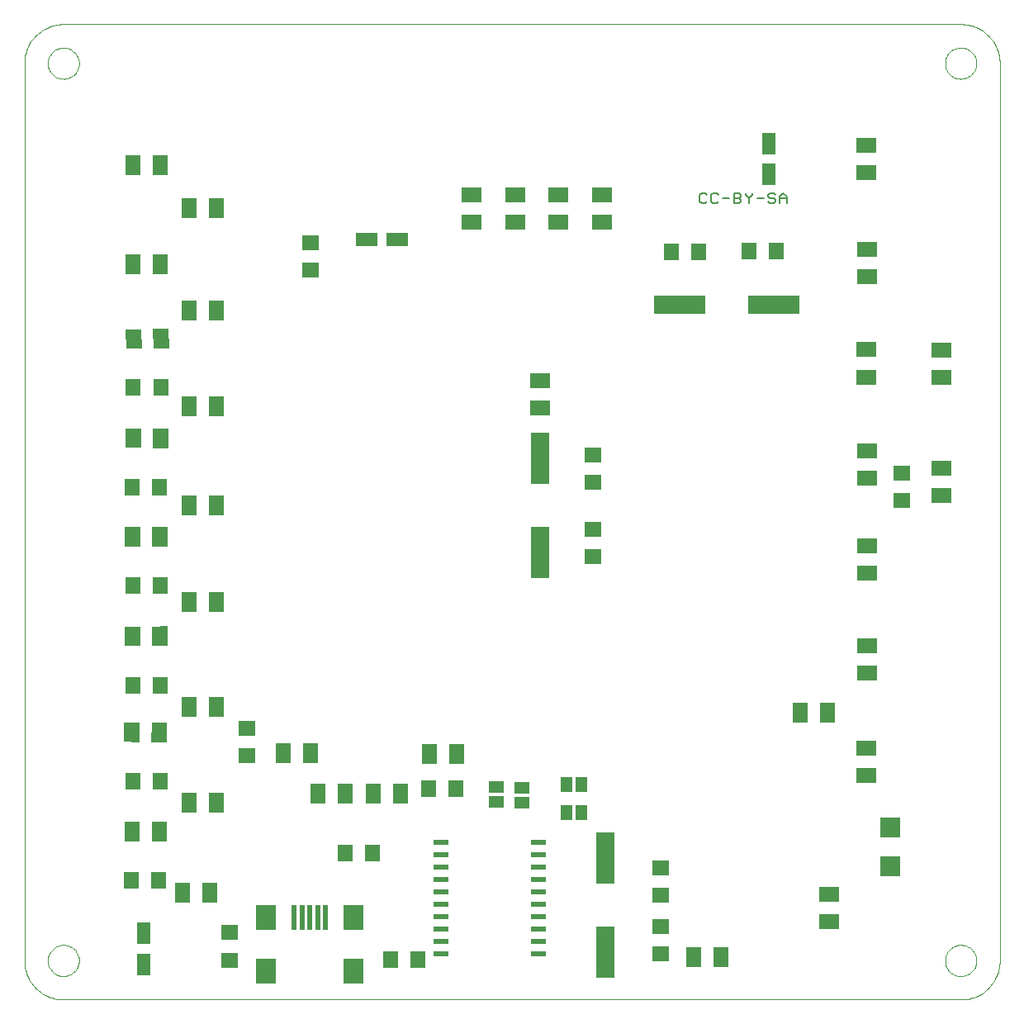
<source format=gtp>
G75*
G70*
%OFA0B0*%
%FSLAX24Y24*%
%IPPOS*%
%LPD*%
%AMOC8*
5,1,8,0,0,1.08239X$1,22.5*
%
%ADD10C,0.0080*%
%ADD11R,0.0630X0.0787*%
%ADD12R,0.0760X0.2100*%
%ADD13R,0.0709X0.0630*%
%ADD14R,0.0630X0.0709*%
%ADD15R,0.0787X0.0630*%
%ADD16C,0.0000*%
%ADD17R,0.0787X0.0787*%
%ADD18R,0.2100X0.0760*%
%ADD19R,0.0591X0.0236*%
%ADD20R,0.0197X0.0984*%
%ADD21R,0.0787X0.0984*%
%ADD22R,0.0710X0.0630*%
%ADD23R,0.0630X0.0460*%
%ADD24R,0.0460X0.0630*%
%ADD25R,0.0866X0.0551*%
%ADD26R,0.0551X0.0866*%
D10*
X032101Y034736D02*
X032241Y034736D01*
X032311Y034806D01*
X032492Y034806D02*
X032562Y034736D01*
X032702Y034736D01*
X032772Y034806D01*
X032952Y034946D02*
X033232Y034946D01*
X033412Y034946D02*
X033623Y034946D01*
X033693Y034876D01*
X033693Y034806D01*
X033623Y034736D01*
X033412Y034736D01*
X033412Y035156D01*
X033623Y035156D01*
X033693Y035086D01*
X033693Y035016D01*
X033623Y034946D01*
X033873Y035086D02*
X034013Y034946D01*
X034013Y034736D01*
X034013Y034946D02*
X034153Y035086D01*
X034153Y035156D01*
X034333Y034946D02*
X034613Y034946D01*
X034794Y035016D02*
X034864Y034946D01*
X035004Y034946D01*
X035074Y034876D01*
X035074Y034806D01*
X035004Y034736D01*
X034864Y034736D01*
X034794Y034806D01*
X034794Y035016D02*
X034794Y035086D01*
X034864Y035156D01*
X035004Y035156D01*
X035074Y035086D01*
X035254Y035016D02*
X035254Y034736D01*
X035254Y034946D02*
X035534Y034946D01*
X035534Y035016D02*
X035534Y034736D01*
X035534Y035016D02*
X035394Y035156D01*
X035254Y035016D01*
X033873Y035086D02*
X033873Y035156D01*
X032772Y035086D02*
X032702Y035156D01*
X032562Y035156D01*
X032492Y035086D01*
X032492Y034806D01*
X032311Y035086D02*
X032241Y035156D01*
X032101Y035156D01*
X032031Y035086D01*
X032031Y034806D01*
X032101Y034736D01*
D11*
X012504Y034526D03*
X011401Y034526D03*
X010254Y036276D03*
X009151Y036276D03*
X009151Y032276D03*
X010254Y032276D03*
X011401Y030401D03*
X012504Y030401D03*
G36*
X009965Y029661D02*
X010594Y029668D01*
X010603Y028883D01*
X009974Y028876D01*
X009965Y029661D01*
G37*
G36*
X008863Y029647D02*
X009492Y029654D01*
X009501Y028869D01*
X008872Y028862D01*
X008863Y029647D01*
G37*
X011401Y026526D03*
X012504Y026526D03*
G36*
X009955Y025639D02*
X010584Y025630D01*
X010573Y024845D01*
X009944Y024854D01*
X009955Y025639D01*
G37*
G36*
X008853Y025654D02*
X009482Y025645D01*
X009471Y024860D01*
X008842Y024869D01*
X008853Y025654D01*
G37*
X011401Y022526D03*
X012504Y022526D03*
G36*
X010556Y020883D02*
X009927Y020882D01*
X009926Y021667D01*
X010555Y021668D01*
X010556Y020883D01*
G37*
G36*
X009454Y020881D02*
X008825Y020880D01*
X008824Y021665D01*
X009453Y021666D01*
X009454Y020881D01*
G37*
X011401Y018651D03*
X012504Y018651D03*
G36*
X010556Y016875D02*
X009927Y016870D01*
X009922Y017655D01*
X010551Y017660D01*
X010556Y016875D01*
G37*
G36*
X009454Y016867D02*
X008825Y016862D01*
X008820Y017647D01*
X009449Y017652D01*
X009454Y016867D01*
G37*
X011401Y014401D03*
X012504Y014401D03*
G36*
X010524Y012982D02*
X009895Y012985D01*
X009900Y013770D01*
X010529Y013767D01*
X010524Y012982D01*
G37*
G36*
X009422Y012987D02*
X008793Y012990D01*
X008798Y013775D01*
X009427Y013772D01*
X009422Y012987D01*
G37*
X011401Y010526D03*
X012504Y010526D03*
X010217Y009387D03*
X009114Y009387D03*
X011151Y006901D03*
X012254Y006901D03*
X016622Y010900D03*
X017725Y010900D03*
X018856Y010921D03*
X019958Y010921D03*
X021127Y012501D03*
X022230Y012501D03*
X016330Y012532D03*
X015228Y012532D03*
X031784Y004322D03*
X032886Y004322D03*
X036084Y014180D03*
X037186Y014180D03*
D12*
X028212Y008308D03*
X028212Y004508D03*
X025577Y020626D03*
X025577Y024426D03*
D13*
X027702Y024577D03*
X027702Y023475D03*
X027702Y021577D03*
X027702Y020475D03*
X016324Y032034D03*
X016324Y033136D03*
X013762Y013552D03*
X013762Y012450D03*
X030446Y007921D03*
X030446Y006819D03*
X030453Y005531D03*
X030453Y004429D03*
X040191Y022724D03*
X040191Y023826D03*
D14*
X035109Y032812D03*
X034007Y032812D03*
X031969Y032759D03*
X030866Y032759D03*
X010266Y027300D03*
X009163Y027300D03*
X009126Y023259D03*
X010229Y023259D03*
X010244Y019313D03*
X009141Y019313D03*
X009143Y015285D03*
X010245Y015285D03*
X010264Y011420D03*
X009161Y011420D03*
X009088Y007415D03*
X010190Y007415D03*
X017713Y008498D03*
X018816Y008498D03*
X021090Y011114D03*
X022192Y011114D03*
X020637Y004210D03*
X019535Y004210D03*
D15*
X037250Y005726D03*
X037250Y006829D03*
X038744Y011631D03*
X038744Y012734D03*
X038784Y015774D03*
X038784Y016876D03*
X038776Y019812D03*
X038776Y020914D03*
X038780Y023651D03*
X038780Y024753D03*
X041780Y024047D03*
X041780Y022944D03*
X041787Y027703D03*
X041787Y028806D03*
X038764Y028824D03*
X038764Y027721D03*
X038797Y031760D03*
X038797Y032863D03*
X038739Y035986D03*
X038739Y037088D03*
X028077Y035077D03*
X028077Y033975D03*
X026327Y033975D03*
X026327Y035077D03*
X024577Y035077D03*
X024577Y033975D03*
X022827Y033975D03*
X022827Y035077D03*
X025577Y027577D03*
X025577Y026475D03*
D16*
X004767Y040386D02*
X004767Y004166D01*
X005712Y004166D02*
X005714Y004216D01*
X005720Y004266D01*
X005730Y004315D01*
X005744Y004363D01*
X005761Y004410D01*
X005782Y004455D01*
X005807Y004499D01*
X005835Y004540D01*
X005867Y004579D01*
X005901Y004616D01*
X005938Y004650D01*
X005978Y004680D01*
X006020Y004707D01*
X006064Y004731D01*
X006110Y004752D01*
X006157Y004768D01*
X006205Y004781D01*
X006255Y004790D01*
X006304Y004795D01*
X006355Y004796D01*
X006405Y004793D01*
X006454Y004786D01*
X006503Y004775D01*
X006551Y004760D01*
X006597Y004742D01*
X006642Y004720D01*
X006685Y004694D01*
X006726Y004665D01*
X006765Y004633D01*
X006801Y004598D01*
X006833Y004560D01*
X006863Y004520D01*
X006890Y004477D01*
X006913Y004433D01*
X006932Y004387D01*
X006948Y004339D01*
X006960Y004290D01*
X006968Y004241D01*
X006972Y004191D01*
X006972Y004141D01*
X006968Y004091D01*
X006960Y004042D01*
X006948Y003993D01*
X006932Y003945D01*
X006913Y003899D01*
X006890Y003855D01*
X006863Y003812D01*
X006833Y003772D01*
X006801Y003734D01*
X006765Y003699D01*
X006726Y003667D01*
X006685Y003638D01*
X006642Y003612D01*
X006597Y003590D01*
X006551Y003572D01*
X006503Y003557D01*
X006454Y003546D01*
X006405Y003539D01*
X006355Y003536D01*
X006304Y003537D01*
X006255Y003542D01*
X006205Y003551D01*
X006157Y003564D01*
X006110Y003580D01*
X006064Y003601D01*
X006020Y003625D01*
X005978Y003652D01*
X005938Y003682D01*
X005901Y003716D01*
X005867Y003753D01*
X005835Y003792D01*
X005807Y003833D01*
X005782Y003877D01*
X005761Y003922D01*
X005744Y003969D01*
X005730Y004017D01*
X005720Y004066D01*
X005714Y004116D01*
X005712Y004166D01*
X004767Y004166D02*
X004769Y004089D01*
X004775Y004012D01*
X004784Y003935D01*
X004797Y003859D01*
X004814Y003783D01*
X004835Y003709D01*
X004859Y003635D01*
X004887Y003563D01*
X004918Y003493D01*
X004953Y003424D01*
X004991Y003356D01*
X005032Y003291D01*
X005077Y003228D01*
X005125Y003167D01*
X005175Y003108D01*
X005228Y003052D01*
X005284Y002999D01*
X005343Y002949D01*
X005404Y002901D01*
X005467Y002856D01*
X005532Y002815D01*
X005600Y002777D01*
X005669Y002742D01*
X005739Y002711D01*
X005811Y002683D01*
X005885Y002659D01*
X005959Y002638D01*
X006035Y002621D01*
X006111Y002608D01*
X006188Y002599D01*
X006265Y002593D01*
X006342Y002591D01*
X042563Y002591D01*
X041933Y004166D02*
X041935Y004216D01*
X041941Y004266D01*
X041951Y004315D01*
X041965Y004363D01*
X041982Y004410D01*
X042003Y004455D01*
X042028Y004499D01*
X042056Y004540D01*
X042088Y004579D01*
X042122Y004616D01*
X042159Y004650D01*
X042199Y004680D01*
X042241Y004707D01*
X042285Y004731D01*
X042331Y004752D01*
X042378Y004768D01*
X042426Y004781D01*
X042476Y004790D01*
X042525Y004795D01*
X042576Y004796D01*
X042626Y004793D01*
X042675Y004786D01*
X042724Y004775D01*
X042772Y004760D01*
X042818Y004742D01*
X042863Y004720D01*
X042906Y004694D01*
X042947Y004665D01*
X042986Y004633D01*
X043022Y004598D01*
X043054Y004560D01*
X043084Y004520D01*
X043111Y004477D01*
X043134Y004433D01*
X043153Y004387D01*
X043169Y004339D01*
X043181Y004290D01*
X043189Y004241D01*
X043193Y004191D01*
X043193Y004141D01*
X043189Y004091D01*
X043181Y004042D01*
X043169Y003993D01*
X043153Y003945D01*
X043134Y003899D01*
X043111Y003855D01*
X043084Y003812D01*
X043054Y003772D01*
X043022Y003734D01*
X042986Y003699D01*
X042947Y003667D01*
X042906Y003638D01*
X042863Y003612D01*
X042818Y003590D01*
X042772Y003572D01*
X042724Y003557D01*
X042675Y003546D01*
X042626Y003539D01*
X042576Y003536D01*
X042525Y003537D01*
X042476Y003542D01*
X042426Y003551D01*
X042378Y003564D01*
X042331Y003580D01*
X042285Y003601D01*
X042241Y003625D01*
X042199Y003652D01*
X042159Y003682D01*
X042122Y003716D01*
X042088Y003753D01*
X042056Y003792D01*
X042028Y003833D01*
X042003Y003877D01*
X041982Y003922D01*
X041965Y003969D01*
X041951Y004017D01*
X041941Y004066D01*
X041935Y004116D01*
X041933Y004166D01*
X042563Y002591D02*
X042640Y002593D01*
X042717Y002599D01*
X042794Y002608D01*
X042870Y002621D01*
X042946Y002638D01*
X043020Y002659D01*
X043094Y002683D01*
X043166Y002711D01*
X043236Y002742D01*
X043305Y002777D01*
X043373Y002815D01*
X043438Y002856D01*
X043501Y002901D01*
X043562Y002949D01*
X043621Y002999D01*
X043677Y003052D01*
X043730Y003108D01*
X043780Y003167D01*
X043828Y003228D01*
X043873Y003291D01*
X043914Y003356D01*
X043952Y003424D01*
X043987Y003493D01*
X044018Y003563D01*
X044046Y003635D01*
X044070Y003709D01*
X044091Y003783D01*
X044108Y003859D01*
X044121Y003935D01*
X044130Y004012D01*
X044136Y004089D01*
X044138Y004166D01*
X044137Y004166D02*
X044137Y040386D01*
X041933Y040386D02*
X041935Y040436D01*
X041941Y040486D01*
X041951Y040535D01*
X041965Y040583D01*
X041982Y040630D01*
X042003Y040675D01*
X042028Y040719D01*
X042056Y040760D01*
X042088Y040799D01*
X042122Y040836D01*
X042159Y040870D01*
X042199Y040900D01*
X042241Y040927D01*
X042285Y040951D01*
X042331Y040972D01*
X042378Y040988D01*
X042426Y041001D01*
X042476Y041010D01*
X042525Y041015D01*
X042576Y041016D01*
X042626Y041013D01*
X042675Y041006D01*
X042724Y040995D01*
X042772Y040980D01*
X042818Y040962D01*
X042863Y040940D01*
X042906Y040914D01*
X042947Y040885D01*
X042986Y040853D01*
X043022Y040818D01*
X043054Y040780D01*
X043084Y040740D01*
X043111Y040697D01*
X043134Y040653D01*
X043153Y040607D01*
X043169Y040559D01*
X043181Y040510D01*
X043189Y040461D01*
X043193Y040411D01*
X043193Y040361D01*
X043189Y040311D01*
X043181Y040262D01*
X043169Y040213D01*
X043153Y040165D01*
X043134Y040119D01*
X043111Y040075D01*
X043084Y040032D01*
X043054Y039992D01*
X043022Y039954D01*
X042986Y039919D01*
X042947Y039887D01*
X042906Y039858D01*
X042863Y039832D01*
X042818Y039810D01*
X042772Y039792D01*
X042724Y039777D01*
X042675Y039766D01*
X042626Y039759D01*
X042576Y039756D01*
X042525Y039757D01*
X042476Y039762D01*
X042426Y039771D01*
X042378Y039784D01*
X042331Y039800D01*
X042285Y039821D01*
X042241Y039845D01*
X042199Y039872D01*
X042159Y039902D01*
X042122Y039936D01*
X042088Y039973D01*
X042056Y040012D01*
X042028Y040053D01*
X042003Y040097D01*
X041982Y040142D01*
X041965Y040189D01*
X041951Y040237D01*
X041941Y040286D01*
X041935Y040336D01*
X041933Y040386D01*
X042563Y041961D02*
X042640Y041959D01*
X042717Y041953D01*
X042794Y041944D01*
X042870Y041931D01*
X042946Y041914D01*
X043020Y041893D01*
X043094Y041869D01*
X043166Y041841D01*
X043236Y041810D01*
X043305Y041775D01*
X043373Y041737D01*
X043438Y041696D01*
X043501Y041651D01*
X043562Y041603D01*
X043621Y041553D01*
X043677Y041500D01*
X043730Y041444D01*
X043780Y041385D01*
X043828Y041324D01*
X043873Y041261D01*
X043914Y041196D01*
X043952Y041128D01*
X043987Y041059D01*
X044018Y040989D01*
X044046Y040917D01*
X044070Y040843D01*
X044091Y040769D01*
X044108Y040693D01*
X044121Y040617D01*
X044130Y040540D01*
X044136Y040463D01*
X044138Y040386D01*
X042563Y041961D02*
X006342Y041961D01*
X005712Y040386D02*
X005714Y040436D01*
X005720Y040486D01*
X005730Y040535D01*
X005744Y040583D01*
X005761Y040630D01*
X005782Y040675D01*
X005807Y040719D01*
X005835Y040760D01*
X005867Y040799D01*
X005901Y040836D01*
X005938Y040870D01*
X005978Y040900D01*
X006020Y040927D01*
X006064Y040951D01*
X006110Y040972D01*
X006157Y040988D01*
X006205Y041001D01*
X006255Y041010D01*
X006304Y041015D01*
X006355Y041016D01*
X006405Y041013D01*
X006454Y041006D01*
X006503Y040995D01*
X006551Y040980D01*
X006597Y040962D01*
X006642Y040940D01*
X006685Y040914D01*
X006726Y040885D01*
X006765Y040853D01*
X006801Y040818D01*
X006833Y040780D01*
X006863Y040740D01*
X006890Y040697D01*
X006913Y040653D01*
X006932Y040607D01*
X006948Y040559D01*
X006960Y040510D01*
X006968Y040461D01*
X006972Y040411D01*
X006972Y040361D01*
X006968Y040311D01*
X006960Y040262D01*
X006948Y040213D01*
X006932Y040165D01*
X006913Y040119D01*
X006890Y040075D01*
X006863Y040032D01*
X006833Y039992D01*
X006801Y039954D01*
X006765Y039919D01*
X006726Y039887D01*
X006685Y039858D01*
X006642Y039832D01*
X006597Y039810D01*
X006551Y039792D01*
X006503Y039777D01*
X006454Y039766D01*
X006405Y039759D01*
X006355Y039756D01*
X006304Y039757D01*
X006255Y039762D01*
X006205Y039771D01*
X006157Y039784D01*
X006110Y039800D01*
X006064Y039821D01*
X006020Y039845D01*
X005978Y039872D01*
X005938Y039902D01*
X005901Y039936D01*
X005867Y039973D01*
X005835Y040012D01*
X005807Y040053D01*
X005782Y040097D01*
X005761Y040142D01*
X005744Y040189D01*
X005730Y040237D01*
X005720Y040286D01*
X005714Y040336D01*
X005712Y040386D01*
X004767Y040386D02*
X004769Y040463D01*
X004775Y040540D01*
X004784Y040617D01*
X004797Y040693D01*
X004814Y040769D01*
X004835Y040843D01*
X004859Y040917D01*
X004887Y040989D01*
X004918Y041059D01*
X004953Y041128D01*
X004991Y041196D01*
X005032Y041261D01*
X005077Y041324D01*
X005125Y041385D01*
X005175Y041444D01*
X005228Y041500D01*
X005284Y041553D01*
X005343Y041603D01*
X005404Y041651D01*
X005467Y041696D01*
X005532Y041737D01*
X005600Y041775D01*
X005669Y041810D01*
X005739Y041841D01*
X005811Y041869D01*
X005885Y041893D01*
X005959Y041914D01*
X006035Y041931D01*
X006111Y041944D01*
X006188Y041953D01*
X006265Y041959D01*
X006342Y041961D01*
D17*
X039702Y009549D03*
X039702Y007975D03*
D18*
X035007Y030638D03*
X031207Y030638D03*
D19*
X025527Y008955D03*
X025527Y008455D03*
X025527Y007955D03*
X025527Y007455D03*
X025527Y006955D03*
X025527Y006455D03*
X025527Y005955D03*
X025527Y005455D03*
X025527Y004955D03*
X025527Y004455D03*
X021590Y004455D03*
X021590Y004955D03*
X021590Y005455D03*
X021590Y005955D03*
X021590Y006455D03*
X021590Y006955D03*
X021590Y007455D03*
X021590Y007955D03*
X021590Y008455D03*
X021590Y008955D03*
D20*
X016919Y005904D03*
X016604Y005904D03*
X016290Y005904D03*
X015975Y005904D03*
X015660Y005904D03*
D21*
X014518Y005904D03*
X014518Y003738D03*
X018061Y003738D03*
X018061Y005904D03*
D22*
X013054Y005290D03*
X013054Y004170D03*
D23*
X023830Y010560D03*
X023830Y011160D03*
X024837Y011139D03*
X024837Y010539D03*
D24*
X026652Y010151D03*
X027252Y010151D03*
X027252Y011276D03*
X026652Y011276D03*
D25*
X019832Y033276D03*
X018572Y033276D03*
D26*
X034827Y035896D03*
X034827Y037156D03*
X009577Y005281D03*
X009577Y004021D03*
M02*

</source>
